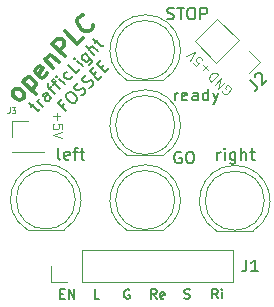
<source format=gbr>
G04 #@! TF.GenerationSoftware,KiCad,Pcbnew,5.0.1*
G04 #@! TF.CreationDate,2019-01-22T17:41:17+05:30*
G04 #@! TF.ProjectId,traffic,747261666669632E6B696361645F7063,rev?*
G04 #@! TF.SameCoordinates,Original*
G04 #@! TF.FileFunction,Legend,Top*
G04 #@! TF.FilePolarity,Positive*
%FSLAX46Y46*%
G04 Gerber Fmt 4.6, Leading zero omitted, Abs format (unit mm)*
G04 Created by KiCad (PCBNEW 5.0.1) date Tue 22 Jan 2019 05:41:17 PM IST*
%MOMM*%
%LPD*%
G01*
G04 APERTURE LIST*
%ADD10C,0.100000*%
%ADD11C,0.200000*%
%ADD12C,0.300000*%
%ADD13C,0.150000*%
%ADD14C,0.120000*%
%ADD15C,0.125000*%
G04 APERTURE END LIST*
D10*
X139813568Y-92687767D02*
X139813568Y-93297291D01*
X139508806Y-92992529D02*
X140118330Y-92992529D01*
X140308806Y-94059196D02*
X140308806Y-93678243D01*
X139927853Y-93640148D01*
X139965949Y-93678243D01*
X140004044Y-93754434D01*
X140004044Y-93944910D01*
X139965949Y-94021100D01*
X139927853Y-94059196D01*
X139851663Y-94097291D01*
X139661187Y-94097291D01*
X139584996Y-94059196D01*
X139546901Y-94021100D01*
X139508806Y-93944910D01*
X139508806Y-93754434D01*
X139546901Y-93678243D01*
X139584996Y-93640148D01*
X140308806Y-94325862D02*
X139508806Y-94592529D01*
X140308806Y-94859196D01*
X153818155Y-90883841D02*
X153845093Y-90964653D01*
X153925905Y-91045465D01*
X154033654Y-91099340D01*
X154141404Y-91099340D01*
X154222216Y-91072402D01*
X154356903Y-90991590D01*
X154437715Y-90910778D01*
X154518528Y-90776091D01*
X154545465Y-90695279D01*
X154545465Y-90587529D01*
X154491590Y-90479780D01*
X154437715Y-90425905D01*
X154329966Y-90372030D01*
X154276091Y-90372030D01*
X154087529Y-90560592D01*
X154195279Y-90668341D01*
X154087529Y-90075719D02*
X153521844Y-90641404D01*
X153764280Y-89752470D01*
X153198595Y-90318155D01*
X153494906Y-89483096D02*
X152929221Y-90048781D01*
X152794534Y-89914094D01*
X152740659Y-89806345D01*
X152740659Y-89698595D01*
X152767597Y-89617783D01*
X152848409Y-89483096D01*
X152929221Y-89402284D01*
X153063908Y-89321471D01*
X153144720Y-89294534D01*
X153252470Y-89294534D01*
X153360219Y-89348409D01*
X153494906Y-89483096D01*
X152659715Y-89078903D02*
X152228717Y-88647905D01*
X152659715Y-88647905D02*
X152228717Y-89078903D01*
X151339783Y-88459343D02*
X151609157Y-88728717D01*
X151905468Y-88486280D01*
X151851593Y-88486280D01*
X151770781Y-88459343D01*
X151636094Y-88324656D01*
X151609157Y-88243844D01*
X151609157Y-88189969D01*
X151636094Y-88109157D01*
X151770781Y-87974470D01*
X151851593Y-87947532D01*
X151905468Y-87947532D01*
X151986280Y-87974470D01*
X152120967Y-88109157D01*
X152147905Y-88189969D01*
X152147905Y-88243844D01*
X151151221Y-88270781D02*
X151528345Y-87516534D01*
X150774097Y-87893658D01*
D11*
X137652173Y-92192699D02*
X137921547Y-91923325D01*
X137517486Y-91855981D02*
X138123577Y-92462073D01*
X138224592Y-92495744D01*
X138325608Y-92462073D01*
X138392951Y-92394729D01*
X138628653Y-92159027D02*
X138157249Y-91687622D01*
X138291936Y-91822309D02*
X138258264Y-91721294D01*
X138258264Y-91653951D01*
X138291936Y-91552935D01*
X138359279Y-91485592D01*
X139369432Y-91418248D02*
X138999043Y-91047859D01*
X138898027Y-91014187D01*
X138797012Y-91047859D01*
X138662325Y-91182546D01*
X138628653Y-91283561D01*
X139335760Y-91384577D02*
X139302088Y-91485592D01*
X139133730Y-91653951D01*
X139032714Y-91687622D01*
X138931699Y-91653951D01*
X138864356Y-91586607D01*
X138830684Y-91485592D01*
X138864356Y-91384577D01*
X139032714Y-91216218D01*
X139066386Y-91115203D01*
X139133730Y-90711142D02*
X139403104Y-90441768D01*
X139706149Y-91081531D02*
X139100058Y-90475439D01*
X139066386Y-90374424D01*
X139100058Y-90273409D01*
X139167401Y-90206065D01*
X139537791Y-90307081D02*
X139807165Y-90037707D01*
X140110210Y-90677470D02*
X139504119Y-90071378D01*
X139470447Y-89970363D01*
X139504119Y-89869348D01*
X139571462Y-89802004D01*
X140514271Y-90273409D02*
X140042867Y-89802004D01*
X139807165Y-89566302D02*
X139807165Y-89633646D01*
X139874508Y-89633646D01*
X139874508Y-89566302D01*
X139807165Y-89566302D01*
X139874508Y-89633646D01*
X141120363Y-89599974D02*
X141086691Y-89700989D01*
X140952004Y-89835676D01*
X140850989Y-89869348D01*
X140783646Y-89869348D01*
X140682630Y-89835676D01*
X140480600Y-89633646D01*
X140446928Y-89532630D01*
X140446928Y-89465287D01*
X140480600Y-89364271D01*
X140615287Y-89229584D01*
X140716302Y-89195913D01*
X141793798Y-88993882D02*
X141457081Y-89330600D01*
X140749974Y-88623493D01*
X142029500Y-88758180D02*
X141558096Y-88286775D01*
X141322394Y-88051073D02*
X141322394Y-88118417D01*
X141389737Y-88118417D01*
X141389737Y-88051073D01*
X141322394Y-88051073D01*
X141389737Y-88118417D01*
X142197859Y-87647012D02*
X142770279Y-88219432D01*
X142803951Y-88320447D01*
X142803951Y-88387791D01*
X142770279Y-88488806D01*
X142669264Y-88589821D01*
X142568248Y-88623493D01*
X142635592Y-88084745D02*
X142601920Y-88185760D01*
X142467233Y-88320447D01*
X142366218Y-88354119D01*
X142298874Y-88354119D01*
X142197859Y-88320447D01*
X141995829Y-88118417D01*
X141962157Y-88017401D01*
X141962157Y-87950058D01*
X141995829Y-87849043D01*
X142130516Y-87714356D01*
X142231531Y-87680684D01*
X143005981Y-87781699D02*
X142298874Y-87074592D01*
X143309027Y-87478653D02*
X142938638Y-87108264D01*
X142837622Y-87074592D01*
X142736607Y-87108264D01*
X142635592Y-87209279D01*
X142601920Y-87310295D01*
X142601920Y-87377638D01*
X143073325Y-86771547D02*
X143342699Y-86502173D01*
X142938638Y-86434829D02*
X143544729Y-87040921D01*
X143645744Y-87074592D01*
X143746760Y-87040921D01*
X143814103Y-86973577D01*
X140487335Y-91963731D02*
X140251632Y-92199433D01*
X140622022Y-92569823D02*
X139914915Y-91862716D01*
X140251632Y-91525998D01*
X140655693Y-91121937D02*
X140790380Y-90987250D01*
X140891396Y-90953579D01*
X141026083Y-90953579D01*
X141194441Y-91054594D01*
X141430144Y-91290296D01*
X141531159Y-91458655D01*
X141531159Y-91593342D01*
X141497487Y-91694357D01*
X141362800Y-91829044D01*
X141261785Y-91862716D01*
X141127098Y-91862716D01*
X140958739Y-91761701D01*
X140723037Y-91525998D01*
X140622022Y-91357640D01*
X140622022Y-91222953D01*
X140655693Y-91121937D01*
X141901548Y-91222953D02*
X142036235Y-91155609D01*
X142204594Y-90987250D01*
X142238266Y-90886235D01*
X142238266Y-90818892D01*
X142204594Y-90717876D01*
X142137250Y-90650533D01*
X142036235Y-90616861D01*
X141968892Y-90616861D01*
X141867876Y-90650533D01*
X141699518Y-90751548D01*
X141598502Y-90785220D01*
X141531159Y-90785220D01*
X141430144Y-90751548D01*
X141362800Y-90684205D01*
X141329128Y-90583189D01*
X141329128Y-90515846D01*
X141362800Y-90414831D01*
X141531159Y-90246472D01*
X141665846Y-90179128D01*
X142574983Y-90549518D02*
X142709670Y-90482174D01*
X142878029Y-90313815D01*
X142911701Y-90212800D01*
X142911701Y-90145457D01*
X142878029Y-90044441D01*
X142810685Y-89977098D01*
X142709670Y-89943426D01*
X142642327Y-89943426D01*
X142541311Y-89977098D01*
X142372953Y-90078113D01*
X142271937Y-90111785D01*
X142204594Y-90111785D01*
X142103579Y-90078113D01*
X142036235Y-90010770D01*
X142002563Y-89909754D01*
X142002563Y-89842411D01*
X142036235Y-89741396D01*
X142204594Y-89573037D01*
X142339281Y-89505693D01*
X142945372Y-89505693D02*
X143181075Y-89269991D01*
X143652479Y-89539365D02*
X143315762Y-89876083D01*
X142608655Y-89168976D01*
X142945372Y-88832258D01*
X143585136Y-88865930D02*
X143820838Y-88630228D01*
X144292242Y-88899602D02*
X143955525Y-89236319D01*
X143248418Y-88529213D01*
X143585136Y-88192495D01*
D12*
X136873311Y-91558211D02*
X136721788Y-91608719D01*
X136620773Y-91608719D01*
X136469250Y-91558211D01*
X136166204Y-91255165D01*
X136115697Y-91103642D01*
X136115697Y-91002627D01*
X136166204Y-90851104D01*
X136317727Y-90699581D01*
X136469250Y-90649074D01*
X136570265Y-90649074D01*
X136721788Y-90699581D01*
X137024834Y-91002627D01*
X137075341Y-91154150D01*
X137075341Y-91255165D01*
X137024834Y-91406688D01*
X136873311Y-91558211D01*
X136974326Y-90042982D02*
X138034986Y-91103642D01*
X137024834Y-90093490D02*
X137075341Y-89941967D01*
X137277372Y-89739936D01*
X137428895Y-89689429D01*
X137529910Y-89689429D01*
X137681433Y-89739936D01*
X137984479Y-90042982D01*
X138034986Y-90194505D01*
X138034986Y-90295520D01*
X137984479Y-90447043D01*
X137782448Y-90649074D01*
X137630925Y-90699581D01*
X138994631Y-89335875D02*
X138944124Y-89487398D01*
X138742093Y-89689429D01*
X138590570Y-89739936D01*
X138439047Y-89689429D01*
X138034986Y-89285368D01*
X137984479Y-89133845D01*
X138034986Y-88982322D01*
X138237017Y-88780291D01*
X138388540Y-88729784D01*
X138540063Y-88780291D01*
X138641078Y-88881307D01*
X138237017Y-89487398D01*
X138843108Y-88174200D02*
X139550215Y-88881307D01*
X138944124Y-88275215D02*
X138944124Y-88174200D01*
X138994631Y-88022677D01*
X139146154Y-87871154D01*
X139297677Y-87820647D01*
X139449200Y-87871154D01*
X140004784Y-88426738D01*
X140509860Y-87921662D02*
X139449200Y-86861002D01*
X139853261Y-86456941D01*
X140004784Y-86406433D01*
X140105799Y-86406433D01*
X140257322Y-86456941D01*
X140408845Y-86608463D01*
X140459352Y-86759986D01*
X140459352Y-86861002D01*
X140408845Y-87012525D01*
X140004784Y-87416586D01*
X142075597Y-86355925D02*
X141570520Y-86861002D01*
X140509860Y-85800341D01*
X142934226Y-85295265D02*
X142934226Y-85396280D01*
X142833211Y-85598311D01*
X142732196Y-85699326D01*
X142530165Y-85800341D01*
X142328135Y-85800341D01*
X142176612Y-85749834D01*
X141924074Y-85598311D01*
X141772551Y-85446788D01*
X141621028Y-85194250D01*
X141570520Y-85042727D01*
X141570520Y-84840697D01*
X141671536Y-84638666D01*
X141772551Y-84537651D01*
X141974581Y-84436636D01*
X142075597Y-84436636D01*
D13*
X148279761Y-108436904D02*
X148013095Y-108055952D01*
X147822619Y-108436904D02*
X147822619Y-107636904D01*
X148127380Y-107636904D01*
X148203571Y-107675000D01*
X148241666Y-107713095D01*
X148279761Y-107789285D01*
X148279761Y-107903571D01*
X148241666Y-107979761D01*
X148203571Y-108017857D01*
X148127380Y-108055952D01*
X147822619Y-108055952D01*
X148927380Y-108398809D02*
X148851190Y-108436904D01*
X148698809Y-108436904D01*
X148622619Y-108398809D01*
X148584523Y-108322619D01*
X148584523Y-108017857D01*
X148622619Y-107941666D01*
X148698809Y-107903571D01*
X148851190Y-107903571D01*
X148927380Y-107941666D01*
X148965476Y-108017857D01*
X148965476Y-108094047D01*
X148584523Y-108170238D01*
X150646428Y-108398809D02*
X150760714Y-108436904D01*
X150951190Y-108436904D01*
X151027380Y-108398809D01*
X151065476Y-108360714D01*
X151103571Y-108284523D01*
X151103571Y-108208333D01*
X151065476Y-108132142D01*
X151027380Y-108094047D01*
X150951190Y-108055952D01*
X150798809Y-108017857D01*
X150722619Y-107979761D01*
X150684523Y-107941666D01*
X150646428Y-107865476D01*
X150646428Y-107789285D01*
X150684523Y-107713095D01*
X150722619Y-107675000D01*
X150798809Y-107636904D01*
X150989285Y-107636904D01*
X151103571Y-107675000D01*
X153457142Y-108411904D02*
X153190476Y-108030952D01*
X153000000Y-108411904D02*
X153000000Y-107611904D01*
X153304761Y-107611904D01*
X153380952Y-107650000D01*
X153419047Y-107688095D01*
X153457142Y-107764285D01*
X153457142Y-107878571D01*
X153419047Y-107954761D01*
X153380952Y-107992857D01*
X153304761Y-108030952D01*
X153000000Y-108030952D01*
X153800000Y-108411904D02*
X153800000Y-107878571D01*
X153800000Y-107611904D02*
X153761904Y-107650000D01*
X153800000Y-107688095D01*
X153838095Y-107650000D01*
X153800000Y-107611904D01*
X153800000Y-107688095D01*
X145984523Y-107675000D02*
X145908333Y-107636904D01*
X145794047Y-107636904D01*
X145679761Y-107675000D01*
X145603571Y-107751190D01*
X145565476Y-107827380D01*
X145527380Y-107979761D01*
X145527380Y-108094047D01*
X145565476Y-108246428D01*
X145603571Y-108322619D01*
X145679761Y-108398809D01*
X145794047Y-108436904D01*
X145870238Y-108436904D01*
X145984523Y-108398809D01*
X146022619Y-108360714D01*
X146022619Y-108094047D01*
X145870238Y-108094047D01*
X143447619Y-108436904D02*
X143066666Y-108436904D01*
X143066666Y-107636904D01*
X140109523Y-108017857D02*
X140376190Y-108017857D01*
X140490476Y-108436904D02*
X140109523Y-108436904D01*
X140109523Y-107636904D01*
X140490476Y-107636904D01*
X140833333Y-108436904D02*
X140833333Y-107636904D01*
X141290476Y-108436904D01*
X141290476Y-107636904D01*
D14*
G04 #@! TO.C,J3*
X136070000Y-93370000D02*
X137400000Y-93370000D01*
X136070000Y-94700000D02*
X136070000Y-93370000D01*
X138730000Y-95970000D02*
X136070000Y-95970000D01*
X138730000Y-96030000D02*
X138730000Y-95970000D01*
X136070000Y-96030000D02*
X138730000Y-96030000D01*
X136070000Y-95970000D02*
X136070000Y-96030000D01*
G04 #@! TO.C,J2*
X157074904Y-88392000D02*
X156134452Y-89332452D01*
X156134452Y-87451548D02*
X157074904Y-88392000D01*
X153355522Y-88434426D02*
X155236426Y-86553522D01*
X151517045Y-86595949D02*
X153355522Y-88434426D01*
X153397949Y-84715045D02*
X151517045Y-86595949D01*
X155236426Y-86553522D02*
X153397949Y-84715045D01*
G04 #@! TO.C,D5*
X145775000Y-89936000D02*
X148865000Y-89936000D01*
X149820000Y-87376000D02*
G75*
G03X149820000Y-87376000I-2500000J0D01*
G01*
X147319538Y-84386000D02*
G75*
G02X148864830Y-89936000I462J-2990000D01*
G01*
X147320462Y-84386000D02*
G75*
G03X145775170Y-89936000I-462J-2990000D01*
G01*
G04 #@! TO.C,D4*
X147320462Y-90736000D02*
G75*
G03X145775170Y-96286000I-462J-2990000D01*
G01*
X147319538Y-90736000D02*
G75*
G02X148864830Y-96286000I462J-2990000D01*
G01*
X149820000Y-93726000D02*
G75*
G03X149820000Y-93726000I-2500000J0D01*
G01*
X145775000Y-96286000D02*
X148865000Y-96286000D01*
G04 #@! TO.C,D3*
X153355000Y-102690000D02*
X156445000Y-102690000D01*
X157400000Y-100130000D02*
G75*
G03X157400000Y-100130000I-2500000J0D01*
G01*
X154899538Y-97140000D02*
G75*
G02X156444830Y-102690000I462J-2990000D01*
G01*
X154900462Y-97140000D02*
G75*
G03X153355170Y-102690000I-462J-2990000D01*
G01*
G04 #@! TO.C,D2*
X147320462Y-97086000D02*
G75*
G03X145775170Y-102636000I-462J-2990000D01*
G01*
X147319538Y-97086000D02*
G75*
G02X148864830Y-102636000I462J-2990000D01*
G01*
X149820000Y-100076000D02*
G75*
G03X149820000Y-100076000I-2500000J0D01*
G01*
X145775000Y-102636000D02*
X148865000Y-102636000D01*
G04 #@! TO.C,D1*
X137355000Y-102590000D02*
X140445000Y-102590000D01*
X141400000Y-100030000D02*
G75*
G03X141400000Y-100030000I-2500000J0D01*
G01*
X138899538Y-97040000D02*
G75*
G02X140444830Y-102590000I462J-2990000D01*
G01*
X138900462Y-97040000D02*
G75*
G03X137355170Y-102590000I-462J-2990000D01*
G01*
G04 #@! TO.C,J1*
X139386000Y-106994000D02*
X139386000Y-105664000D01*
X140716000Y-106994000D02*
X139386000Y-106994000D01*
X141986000Y-104334000D02*
X141986000Y-106994000D01*
X154746000Y-104334000D02*
X141986000Y-104334000D01*
X154746000Y-106994000D02*
X154746000Y-104334000D01*
X141986000Y-106994000D02*
X154746000Y-106994000D01*
G04 #@! TO.C,J3*
D15*
X135833333Y-92226190D02*
X135833333Y-92583333D01*
X135809523Y-92654761D01*
X135761904Y-92702380D01*
X135690476Y-92726190D01*
X135642857Y-92726190D01*
X136023809Y-92226190D02*
X136333333Y-92226190D01*
X136166666Y-92416666D01*
X136238095Y-92416666D01*
X136285714Y-92440476D01*
X136309523Y-92464285D01*
X136333333Y-92511904D01*
X136333333Y-92630952D01*
X136309523Y-92678571D01*
X136285714Y-92702380D01*
X136238095Y-92726190D01*
X136095238Y-92726190D01*
X136047619Y-92702380D01*
X136023809Y-92678571D01*
G04 #@! TO.C,J2*
D13*
X156218631Y-89888036D02*
X156723707Y-90393112D01*
X156791051Y-90527799D01*
X156791051Y-90662486D01*
X156723707Y-90797173D01*
X156656364Y-90864516D01*
X156589020Y-89652333D02*
X156589020Y-89584990D01*
X156622692Y-89483975D01*
X156791051Y-89315616D01*
X156892066Y-89281944D01*
X156959410Y-89281944D01*
X157060425Y-89315616D01*
X157127768Y-89382959D01*
X157195112Y-89517646D01*
X157195112Y-90325768D01*
X157632845Y-89888036D01*
G04 #@! TO.C,D5*
X149185523Y-84732761D02*
X149328380Y-84780380D01*
X149566476Y-84780380D01*
X149661714Y-84732761D01*
X149709333Y-84685142D01*
X149756952Y-84589904D01*
X149756952Y-84494666D01*
X149709333Y-84399428D01*
X149661714Y-84351809D01*
X149566476Y-84304190D01*
X149376000Y-84256571D01*
X149280761Y-84208952D01*
X149233142Y-84161333D01*
X149185523Y-84066095D01*
X149185523Y-83970857D01*
X149233142Y-83875619D01*
X149280761Y-83828000D01*
X149376000Y-83780380D01*
X149614095Y-83780380D01*
X149756952Y-83828000D01*
X150042666Y-83780380D02*
X150614095Y-83780380D01*
X150328380Y-84780380D02*
X150328380Y-83780380D01*
X151137904Y-83780380D02*
X151328380Y-83780380D01*
X151423619Y-83828000D01*
X151518857Y-83923238D01*
X151566476Y-84113714D01*
X151566476Y-84447047D01*
X151518857Y-84637523D01*
X151423619Y-84732761D01*
X151328380Y-84780380D01*
X151137904Y-84780380D01*
X151042666Y-84732761D01*
X150947428Y-84637523D01*
X150899809Y-84447047D01*
X150899809Y-84113714D01*
X150947428Y-83923238D01*
X151042666Y-83828000D01*
X151137904Y-83780380D01*
X151995047Y-84780380D02*
X151995047Y-83780380D01*
X152376000Y-83780380D01*
X152471238Y-83828000D01*
X152518857Y-83875619D01*
X152566476Y-83970857D01*
X152566476Y-84113714D01*
X152518857Y-84208952D01*
X152471238Y-84256571D01*
X152376000Y-84304190D01*
X151995047Y-84304190D01*
G04 #@! TO.C,D4*
X149852285Y-91638380D02*
X149852285Y-90971714D01*
X149852285Y-91162190D02*
X149899904Y-91066952D01*
X149947523Y-91019333D01*
X150042761Y-90971714D01*
X150138000Y-90971714D01*
X150852285Y-91590761D02*
X150757047Y-91638380D01*
X150566571Y-91638380D01*
X150471333Y-91590761D01*
X150423714Y-91495523D01*
X150423714Y-91114571D01*
X150471333Y-91019333D01*
X150566571Y-90971714D01*
X150757047Y-90971714D01*
X150852285Y-91019333D01*
X150899904Y-91114571D01*
X150899904Y-91209809D01*
X150423714Y-91305047D01*
X151757047Y-91638380D02*
X151757047Y-91114571D01*
X151709428Y-91019333D01*
X151614190Y-90971714D01*
X151423714Y-90971714D01*
X151328476Y-91019333D01*
X151757047Y-91590761D02*
X151661809Y-91638380D01*
X151423714Y-91638380D01*
X151328476Y-91590761D01*
X151280857Y-91495523D01*
X151280857Y-91400285D01*
X151328476Y-91305047D01*
X151423714Y-91257428D01*
X151661809Y-91257428D01*
X151757047Y-91209809D01*
X152661809Y-91638380D02*
X152661809Y-90638380D01*
X152661809Y-91590761D02*
X152566571Y-91638380D01*
X152376095Y-91638380D01*
X152280857Y-91590761D01*
X152233238Y-91543142D01*
X152185619Y-91447904D01*
X152185619Y-91162190D01*
X152233238Y-91066952D01*
X152280857Y-91019333D01*
X152376095Y-90971714D01*
X152566571Y-90971714D01*
X152661809Y-91019333D01*
X153042761Y-90971714D02*
X153280857Y-91638380D01*
X153518952Y-90971714D02*
X153280857Y-91638380D01*
X153185619Y-91876476D01*
X153138000Y-91924095D01*
X153042761Y-91971714D01*
G04 #@! TO.C,D3*
X153440000Y-96677380D02*
X153440000Y-96010714D01*
X153440000Y-96201190D02*
X153487619Y-96105952D01*
X153535238Y-96058333D01*
X153630476Y-96010714D01*
X153725714Y-96010714D01*
X154059047Y-96677380D02*
X154059047Y-96010714D01*
X154059047Y-95677380D02*
X154011428Y-95725000D01*
X154059047Y-95772619D01*
X154106666Y-95725000D01*
X154059047Y-95677380D01*
X154059047Y-95772619D01*
X154963809Y-96010714D02*
X154963809Y-96820238D01*
X154916190Y-96915476D01*
X154868571Y-96963095D01*
X154773333Y-97010714D01*
X154630476Y-97010714D01*
X154535238Y-96963095D01*
X154963809Y-96629761D02*
X154868571Y-96677380D01*
X154678095Y-96677380D01*
X154582857Y-96629761D01*
X154535238Y-96582142D01*
X154487619Y-96486904D01*
X154487619Y-96201190D01*
X154535238Y-96105952D01*
X154582857Y-96058333D01*
X154678095Y-96010714D01*
X154868571Y-96010714D01*
X154963809Y-96058333D01*
X155440000Y-96677380D02*
X155440000Y-95677380D01*
X155868571Y-96677380D02*
X155868571Y-96153571D01*
X155820952Y-96058333D01*
X155725714Y-96010714D01*
X155582857Y-96010714D01*
X155487619Y-96058333D01*
X155440000Y-96105952D01*
X156201904Y-96010714D02*
X156582857Y-96010714D01*
X156344761Y-95677380D02*
X156344761Y-96534523D01*
X156392380Y-96629761D01*
X156487619Y-96677380D01*
X156582857Y-96677380D01*
G04 #@! TO.C,D2*
X150360095Y-96020000D02*
X150264857Y-95972380D01*
X150122000Y-95972380D01*
X149979142Y-96020000D01*
X149883904Y-96115238D01*
X149836285Y-96210476D01*
X149788666Y-96400952D01*
X149788666Y-96543809D01*
X149836285Y-96734285D01*
X149883904Y-96829523D01*
X149979142Y-96924761D01*
X150122000Y-96972380D01*
X150217238Y-96972380D01*
X150360095Y-96924761D01*
X150407714Y-96877142D01*
X150407714Y-96543809D01*
X150217238Y-96543809D01*
X151026761Y-95972380D02*
X151217238Y-95972380D01*
X151312476Y-96020000D01*
X151407714Y-96115238D01*
X151455333Y-96305714D01*
X151455333Y-96639047D01*
X151407714Y-96829523D01*
X151312476Y-96924761D01*
X151217238Y-96972380D01*
X151026761Y-96972380D01*
X150931523Y-96924761D01*
X150836285Y-96829523D01*
X150788666Y-96639047D01*
X150788666Y-96305714D01*
X150836285Y-96115238D01*
X150931523Y-96020000D01*
X151026761Y-95972380D01*
G04 #@! TO.C,D1*
X140119047Y-96652380D02*
X140023809Y-96604761D01*
X139976190Y-96509523D01*
X139976190Y-95652380D01*
X140880952Y-96604761D02*
X140785714Y-96652380D01*
X140595238Y-96652380D01*
X140500000Y-96604761D01*
X140452380Y-96509523D01*
X140452380Y-96128571D01*
X140500000Y-96033333D01*
X140595238Y-95985714D01*
X140785714Y-95985714D01*
X140880952Y-96033333D01*
X140928571Y-96128571D01*
X140928571Y-96223809D01*
X140452380Y-96319047D01*
X141214285Y-95985714D02*
X141595238Y-95985714D01*
X141357142Y-96652380D02*
X141357142Y-95795238D01*
X141404761Y-95700000D01*
X141500000Y-95652380D01*
X141595238Y-95652380D01*
X141785714Y-95985714D02*
X142166666Y-95985714D01*
X141928571Y-95652380D02*
X141928571Y-96509523D01*
X141976190Y-96604761D01*
X142071428Y-96652380D01*
X142166666Y-96652380D01*
G04 #@! TO.C,J1*
X155876666Y-105116380D02*
X155876666Y-105830666D01*
X155829047Y-105973523D01*
X155733809Y-106068761D01*
X155590952Y-106116380D01*
X155495714Y-106116380D01*
X156876666Y-106116380D02*
X156305238Y-106116380D01*
X156590952Y-106116380D02*
X156590952Y-105116380D01*
X156495714Y-105259238D01*
X156400476Y-105354476D01*
X156305238Y-105402095D01*
G04 #@! TD*
M02*

</source>
